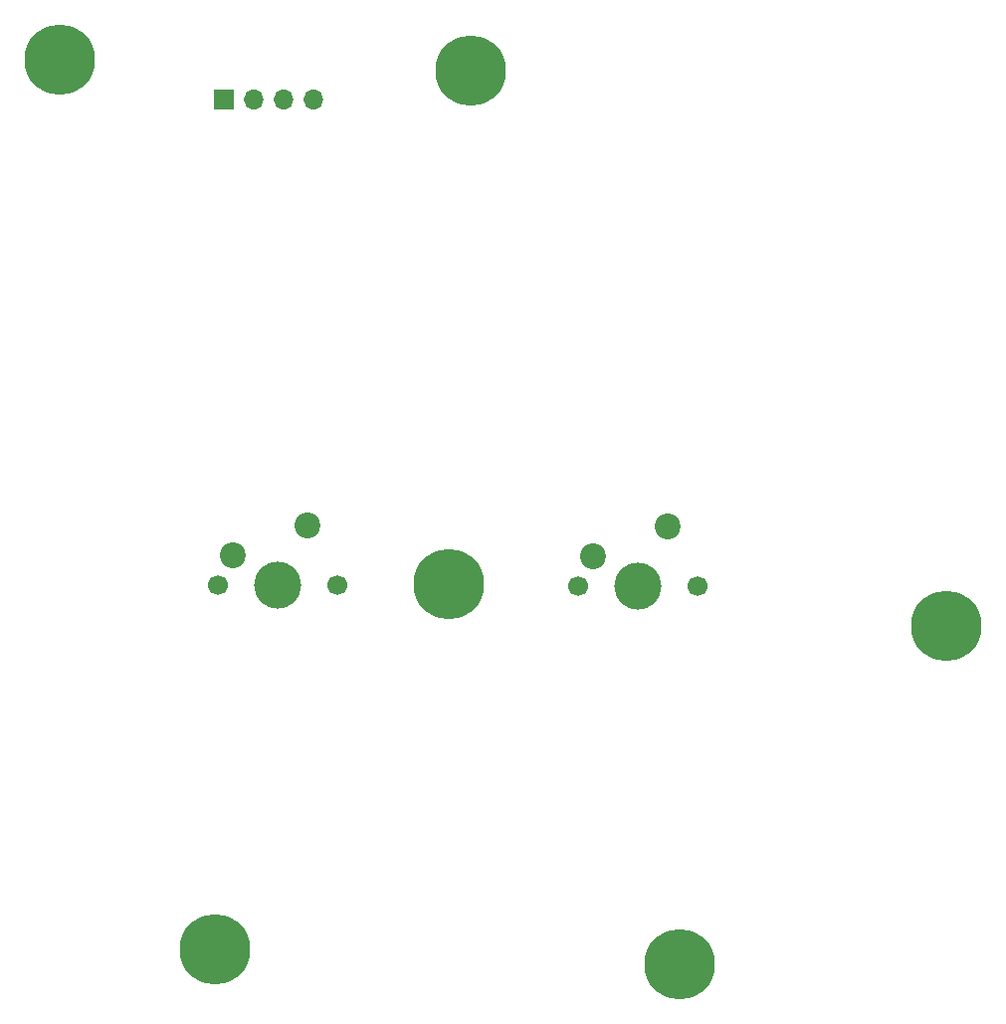
<source format=gbr>
%TF.GenerationSoftware,KiCad,Pcbnew,(6.0.9)*%
%TF.CreationDate,2022-12-26T12:39:24-05:00*%
%TF.ProjectId,Kitty_PCB,4b697474-795f-4504-9342-2e6b69636164,rev?*%
%TF.SameCoordinates,Original*%
%TF.FileFunction,Soldermask,Top*%
%TF.FilePolarity,Negative*%
%FSLAX46Y46*%
G04 Gerber Fmt 4.6, Leading zero omitted, Abs format (unit mm)*
G04 Created by KiCad (PCBNEW (6.0.9)) date 2022-12-26 12:39:24*
%MOMM*%
%LPD*%
G01*
G04 APERTURE LIST*
%ADD10C,0.800000*%
%ADD11C,6.000000*%
%ADD12C,2.200000*%
%ADD13C,1.700000*%
%ADD14C,4.000000*%
%ADD15R,1.700000X1.700000*%
%ADD16O,1.700000X1.700000*%
G04 APERTURE END LIST*
D10*
%TO.C,H2*%
X147840990Y-58840990D03*
X148500000Y-57250000D03*
X144659010Y-55659010D03*
X144659010Y-58840990D03*
X146250000Y-55000000D03*
X146250000Y-59500000D03*
X147840990Y-55659010D03*
D11*
X146250000Y-57250000D03*
D10*
X144000000Y-57250000D03*
%TD*%
D12*
%TO.C,SW2*%
X156650000Y-98540000D03*
X163000000Y-96000000D03*
D13*
X155380000Y-101080000D03*
X165540000Y-101080000D03*
D14*
X160460000Y-101080000D03*
%TD*%
D10*
%TO.C,H1*%
X109659010Y-54659010D03*
X109659010Y-57840990D03*
X111250000Y-54000000D03*
X112840990Y-54659010D03*
X111250000Y-58500000D03*
D11*
X111250000Y-56250000D03*
D10*
X112840990Y-57840990D03*
X113500000Y-56250000D03*
X109000000Y-56250000D03*
%TD*%
D15*
%TO.C,J1*%
X125300000Y-59675000D03*
D16*
X127840000Y-59675000D03*
X130380000Y-59675000D03*
X132920000Y-59675000D03*
%TD*%
D13*
%TO.C,SW1*%
X134900000Y-100960000D03*
X124740000Y-100960000D03*
D14*
X129820000Y-100960000D03*
D12*
X132360000Y-95880000D03*
X126010000Y-98420000D03*
%TD*%
D10*
%TO.C,H4*%
X164000000Y-131000000D03*
X161750000Y-133250000D03*
X162409010Y-131659010D03*
X164000000Y-135500000D03*
D11*
X164000000Y-133250000D03*
D10*
X162409010Y-134840990D03*
X165590990Y-134840990D03*
X165590990Y-131659010D03*
X166250000Y-133250000D03*
%TD*%
%TO.C,H5*%
X126090990Y-133590990D03*
X126090990Y-130409010D03*
X126750000Y-132000000D03*
X122909010Y-133590990D03*
X124500000Y-134250000D03*
D11*
X124500000Y-132000000D03*
D10*
X124500000Y-129750000D03*
X122909010Y-130409010D03*
X122250000Y-132000000D03*
%TD*%
%TO.C,H6*%
X145990990Y-102490990D03*
X142150000Y-100900000D03*
X145990990Y-99309010D03*
X144400000Y-103150000D03*
X142809010Y-102490990D03*
X144400000Y-98650000D03*
D11*
X144400000Y-100900000D03*
D10*
X146650000Y-100900000D03*
X142809010Y-99309010D03*
%TD*%
%TO.C,H3*%
X189000000Y-104500000D03*
X184500000Y-104500000D03*
X186750000Y-106750000D03*
X186750000Y-102250000D03*
X188340990Y-102909010D03*
X188340990Y-106090990D03*
X185159010Y-102909010D03*
D11*
X186750000Y-104500000D03*
D10*
X185159010Y-106090990D03*
%TD*%
M02*

</source>
